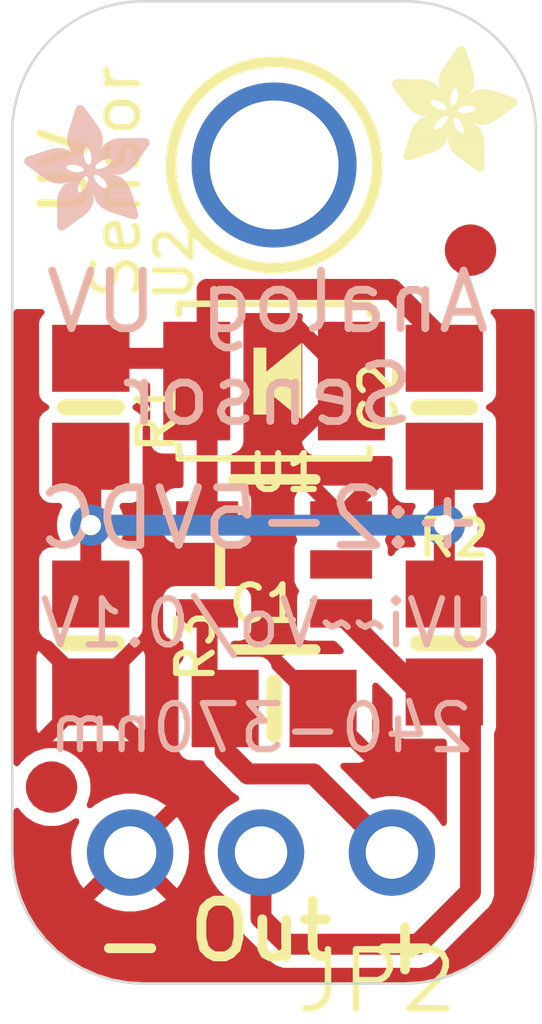
<source format=kicad_pcb>
(kicad_pcb (version 20221018) (generator pcbnew)
  (layers (0 "F.Cu" signal) (31 "B.Cu" signal) (34 "B.Paste" user) (35 "F.Paste" user) (36 "B.SilkS" user "B.Silkscreen") (37 "F.SilkS" user "F.Silkscreen") (38 "B.Mask" user) (39 "F.Mask" user) (44 "Edge.Cuts" user))
  (net 0 "")
  (net 1 "GND")
  (net 2 "5.0V")
  (net 3 "N$2")
  (net 4 "N$1")
  (net 5 "AOUT")
  (footprint "working:SOT23-5" (layer "F.Cu") (at 148.5011 106.4006 90)
    (fp_text reference "U1" (at 1.778 -0.562) (layer "F.SilkS") (effects (font (size 0.692831 0.692831) (thickness 0.119969)) (justify left)))
    (fp_text value "MCP6001")
    (pad "1" smd rect (at -0.95 1.3001 90) (size 0.55 1.2) (layers "F.Cu" "F.Paste" "F.Mask") (net 5 "AOUT"))
    (pad "2" smd rect (at 0 1.3001 90) (size 0.55 1.2) (layers "F.Cu" "F.Paste" "F.Mask") (net 1 "GND"))
    (pad "3" smd rect (at 0.95 1.3001 90) (size 0.55 1.2) (layers "F.Cu" "F.Paste" "F.Mask") (net 1 "GND"))
    (pad "4" smd rect (at 0.95 -1.3001 90) (size 0.55 1.2) (layers "F.Cu" "F.Paste" "F.Mask") (net 3 "N$2"))
    (pad "5" smd rect (at -0.95 -1.3001 90) (size 0.55 1.2) (layers "F.Cu" "F.Paste" "F.Mask") (net 2 "5.0V"))
  )
  (footprint "working:0805-NO" (layer "F.Cu") (at 144.9451 103.3526 -90)
    (fp_text reference "R1" (at -0.5715 -1.27 90) (layer "F.SilkS") (effects (font (size 0.692831 0.692831) (thickness 0.119969)) (justify right)))
    (fp_text value "1M")
    (pad "1" smd rect (at -0.95 0 270) (size 1.3 1.5) (layers "F.Cu" "F.Paste" "F.Mask") (net 3 "N$2"))
    (pad "2" smd rect (at 0.95 0 270) (size 1.3 1.5) (layers "F.Cu" "F.Paste" "F.Mask") (net 4 "N$1"))
  )
  (footprint "working:1X03-CLEANBIG" (layer "F.Cu") (at 148.2471 111.9886 180)
    (fp_text reference "JP2" (at -3.8862 -1.8288 180) (layer "F.SilkS") (effects (font (size 1.143 1.143) (thickness 0.127)) (justify right top)))
    (fp_text value "")
    (pad "1" thru_hole circle (at -2.54 0 270) (size 1.6764 1.6764) (drill 1.016) (layers "*.Cu" "*.Mask") (net 2 "5.0V"))
    (pad "2" thru_hole circle (at 0 0 270) (size 1.6764 1.6764) (drill 1.016) (layers "*.Cu" "*.Mask") (net 5 "AOUT"))
    (pad "3" thru_hole circle (at 2.54 0 270) (size 1.6764 1.6764) (drill 1.016) (layers "*.Cu" "*.Mask") (net 1 "GND"))
  )
  (footprint "working:0805-NO" (layer "F.Cu") (at 151.8031 103.3526 90)
    (fp_text reference "C2" (at -0.5715 -1.27 90) (layer "F.SilkS") (effects (font (size 0.692831 0.692831) (thickness 0.119969)) (justify left)))
    (fp_text value "0.1uF")
    (pad "1" smd rect (at -0.95 0 90) (size 1.3 1.5) (layers "F.Cu" "F.Paste" "F.Mask") (net 4 "N$1"))
    (pad "2" smd rect (at 0.95 0 90) (size 1.3 1.5) (layers "F.Cu" "F.Paste" "F.Mask") (net 3 "N$2"))
  )
  (footprint "working:GUVA-S12SD" (layer "F.Cu") (at 148.5011 102.8446 90)
    (fp_text reference "U2" (at 1.507 -1.935 90) (layer "F.SilkS") (effects (font (size 0.692831 0.692831) (thickness 0.119969)) (justify left)))
    (fp_text value "GUVA-S12SD")
    (pad "A" smd rect (at 0 1.5 180) (size 1.3 2.3) (layers "F.Cu" "F.Paste" "F.Mask") (net 1 "GND"))
    (pad "K" smd rect (at 0 -1.5 180) (size 1.3 2.3) (layers "F.Cu" "F.Paste" "F.Mask") (net 3 "N$2"))
  )
  (footprint "working:ADAFRUIT_2.5MM" (layer "F.Cu") (at 150.7871 98.7806)
    (fp_text reference "U$7" hide)
    (fp_text value "" hide)
  )
  (footprint "working:FIDUCIAL_1MM" (layer "F.Cu") (at 144.1831 110.7186 90)
    (fp_text reference "FID1" hide)
    (fp_text value "FIDUCIAL\"\"" hide)
    (pad "1" smd roundrect (at 0 0 90) (size 1 1) (layers "F.Cu" "F.Mask") (roundrect_rratio 0.5))
  )
  (footprint "working:MOUNTINGHOLE_2.5_PLATED" (layer "F.Cu") (at 148.5011 98.6536)
    (fp_text reference "U$6" hide)
    (fp_text value "MOUNTINGHOLE2.5" hide)
    (pad "P$1" thru_hole circle (at 0 0) (size 3.2 3.2) (drill 2.5) (layers "*.Cu" "*.Mask"))
    (zone (net 0) (net_name "") (layer "F.Cu") (connect_pads (clearance 0)) (min_thickness 0.25)
      (keepout (tracks not_allowed) (vias not_allowed) (pads not_allowed) (copperpour not_allowed) (footprints allowed))
      (fill (thermal_gap 0.5) (thermal_bridge_width 0.5))
      (polygon (pts (xy 150.5171 98.6536) (xy 150.49748 98.373027) (xy 150.439004 98.097915) (xy 150.342808 97.833619) (xy 150.210765 97.585283) (xy 150.045446 97.35774) (xy 149.850067 97.15542) (xy 149.628433 96.98226) (xy 149.384856 96.841631) (xy 149.124078 96.73627) (xy 148.851175 96.668228) (xy 148.571457 96.638828) (xy 148.290371 96.648644) (xy 148.013385 96.697484) (xy 147.745893 96.784397) (xy 147.4931 96.907693) (xy 147.259926 97.06497) (xy 147.050911 97.253169) (xy 146.870122 97.468625) (xy 146.721078 97.707145) (xy 146.60668 97.964087) (xy 146.529154 98.23445) (xy 146.490011 98.512971) (xy 146.490011 98.794229) (xy 146.529154 99.07275) (xy 146.60668 99.343113) (xy 146.721078 99.600055) (xy 146.870122 99.838575) (xy 147.050911 100.054031) (xy 147.259926 100.24223) (xy 147.4931 100.399507) (xy 147.745893 100.522803) (xy 148.013385 100.609716) (xy 148.290371 100.658556) (xy 148.571457 100.668372) (xy 148.851175 100.638972) (xy 149.124078 100.57093) (xy 149.384856 100.465569) (xy 149.628433 100.32494) (xy 149.850067 100.15178) (xy 150.045446 99.94946) (xy 150.210765 99.721917) (xy 150.342808 99.473581) (xy 150.439004 99.209285) (xy 150.49748 98.934173)))
      (polygon (pts (xy 148.4851 98.6536) (xy 148.489786 98.664914) (xy 148.5011 98.6696) (xy 148.512414 98.664914) (xy 148.5171 98.6536) (xy 148.512414 98.642286) (xy 148.5011 98.6376) (xy 148.489786 98.642286)))
    )
  )
  (footprint "working:FIDUCIAL_1MM" (layer "F.Cu") (at 152.3111 100.3046 90)
    (fp_text reference "FID2" hide)
    (fp_text value "FIDUCIAL\"\"" hide)
    (pad "1" smd roundrect (at 0 0 90) (size 1 1) (layers "F.Cu" "F.Mask") (roundrect_rratio 0.5))
  )
  (footprint "working:0805-NO" (layer "F.Cu") (at 151.8031 107.9246 90)
    (fp_text reference "R2" (at 2.032 -0.5715) (layer "F.SilkS") (effects (font (size 0.692831 0.692831) (thickness 0.119969)) (justify left)))
    (fp_text value "3.3K")
    (pad "1" smd rect (at -0.95 0 90) (size 1.3 1.5) (layers "F.Cu" "F.Paste" "F.Mask") (net 5 "AOUT"))
    (pad "2" smd rect (at 0.95 0 90) (size 1.3 1.5) (layers "F.Cu" "F.Paste" "F.Mask") (net 4 "N$1"))
  )
  (footprint "working:0805-NO" (layer "F.Cu") (at 148.5011 109.1946)
    (fp_text reference "C1" (at 0.5715 -2.032) (layer "F.SilkS") (effects (font (size 0.692831 0.692831) (thickness 0.119969)) (justify right)))
    (fp_text value "0.1uF")
    (pad "1" smd rect (at -0.95 0) (size 1.3 1.5) (layers "F.Cu" "F.Paste" "F.Mask") (net 2 "5.0V"))
    (pad "2" smd rect (at 0.95 0) (size 1.3 1.5) (layers "F.Cu" "F.Paste" "F.Mask") (net 1 "GND"))
  )
  (footprint "working:0805-NO" (layer "F.Cu") (at 144.9451 107.9246 90)
    (fp_text reference "R3" (at -0.8255 2.032 90) (layer "F.SilkS") (effects (font (size 0.692831 0.692831) (thickness 0.119969)) (justify left)))
    (fp_text value "1K")
    (pad "1" smd rect (at -0.95 0 90) (size 1.3 1.5) (layers "F.Cu" "F.Paste" "F.Mask") (net 1 "GND"))
    (pad "2" smd rect (at 0.95 0 90) (size 1.3 1.5) (layers "F.Cu" "F.Paste" "F.Mask") (net 4 "N$1"))
  )
  (footprint "working:ADAFRUIT_2.5MM" (layer "B.Cu") (at 146.0881 99.9236 180)
    (fp_text reference "U$8" hide)
    (fp_text value "" hide)
  )
  (gr_line (start 151.0411 95.4786) (end 145.9611 95.4786) (stroke (width 0.05)) (layer "Edge.Cuts"))
  (gr_line (start 145.9611 114.5286) (end 151.0411 114.5286) (stroke (width 0.05)) (layer "Edge.Cuts"))
  (gr_line (start 153.5811 111.9886) (end 153.5811 98.0186) (stroke (width 0.05)) (layer "Edge.Cuts"))
  (gr_arc (start 145.9611 114.5286) (mid 144.165049 113.784651) (end 143.4211 111.9886) (stroke (width 0.05)) (layer "Edge.Cuts"))
  (gr_line (start 143.4211 98.0186) (end 143.4211 111.9886) (stroke (width 0.05)) (layer "Edge.Cuts"))
  (gr_arc (start 153.5811 111.9886) (mid 152.837151 113.784651) (end 151.0411 114.5286) (stroke (width 0.05)) (layer "Edge.Cuts"))
  (gr_arc (start 151.0411 95.4786) (mid 152.837151 96.222549) (end 153.5811 98.0186) (stroke (width 0.05)) (layer "Edge.Cuts"))
  (gr_arc (start 143.4211 98.0186) (mid 144.165049 96.222549) (end 145.9611 95.4786) (stroke (width 0.05)) (layer "Edge.Cuts"))
  (gr_text "+:2-5VDC" (at 148.2471 105.5116) (layer "B.SilkS") (effects (font (size 1.1176 1.1176) (thickness 0.1524)) (justify mirror)))
  (gr_text "240-370nm" (at 148.2471 109.5756) (layer "B.SilkS") (effects (font (size 0.89408 0.89408) (thickness 0.12192)) (justify mirror)))
  (gr_text "Analog UV\nSensor" (at 148.3741 102.2096) (layer "B.SilkS") (effects (font (size 1.1176 1.1176) (thickness 0.1524)) (justify mirror)))
  (gr_text "UVi~~Vo/0.1V" (at 148.3741 107.5436) (layer "B.SilkS") (effects (font (size 0.89408 0.89408) (thickness 0.12192)) (justify mirror)))
  (gr_text "+" (at 151.0411 113.7666) (layer "F.SilkS") (effects (font (size 1.0795 1.0795) (thickness 0.1905))))
  (gr_text "Sensor" (at 145.9611 101.3206 90) (layer "F.SilkS") (effects (font (size 0.89408 0.89408) (thickness 0.12192)) (justify left bottom)))
  (gr_text "Out" (at 148.2471 113.5126) (layer "F.SilkS") (effects (font (size 1.0795 1.0795) (thickness 0.1905))))
  (gr_text "UV" (at 144.4371 98.7806 90) (layer "F.SilkS") (effects (font (size 0.8636 0.8636) (thickness 0.1524))))
  (gr_text "-" (at 145.7071 113.7666) (layer "F.SilkS") (effects (font (size 1.0795 1.0795) (thickness 0.1905))))
  (segment (start 147.201 107.3506) (end 147.201 108.8445) (width 0.4064) (layer "F.Cu") (net 2))
  (segment (start 147.201 108.8445) (end 147.5511 109.1946) (width 0.4064) (layer "F.Cu") (net 2))
  (segment (start 147.9931 110.4646) (end 147.5511 110.0226) (width 0.4064) (layer "F.Cu") (net 2))
  (segment (start 147.9931 110.4646) (end 149.2631 110.4646) (width 0.4064) (layer "F.Cu") (net 2))
  (segment (start 149.2631 110.4646) (end 150.7871 111.9886) (width 0.4064) (layer "F.Cu") (net 2))
  (segment (start 147.5511 110.0226) (end 147.5511 109.1946) (width 0.4064) (layer "F.Cu") (net 2))
  (segment (start 144.9451 102.4026) (end 147.0011 102.4026) (width 0.4064) (layer "F.Cu") (net 3))
  (segment (start 147.201 102.8446) (end 147.201 101.0666) (width 0.4064) (layer "F.Cu") (net 3))
  (segment (start 150.7871 101.0666) (end 151.8031 102.0826) (width 0.4064) (layer "F.Cu") (net 3))
  (segment (start 147.201 102.8446) (end 147.201 105.4506) (width 0.4064) (layer "F.Cu") (net 3))
  (segment (start 151.8031 102.0826) (end 151.8031 102.4026) (width 0.4064) (layer "F.Cu") (net 3))
  (segment (start 147.201 101.0666) (end 150.7871 101.0666) (width 0.4064) (layer "F.Cu") (net 3))
  (segment (start 147.0011 102.8446) (end 147.201 102.8446) (width 0.4064) (layer "F.Cu") (net 3))
  (segment (start 147.0011 102.4026) (end 147.0011 102.8446) (width 0.4064) (layer "F.Cu") (net 3))
  (segment (start 151.8031 105.6386) (end 151.8031 106.9746) (width 0.4064) (layer "F.Cu") (net 4))
  (segment (start 151.8031 104.3026) (end 151.8031 105.6386) (width 0.4064) (layer "F.Cu") (net 4))
  (segment (start 144.9451 105.6386) (end 144.9451 106.9746) (width 0.4064) (layer "F.Cu") (net 4))
  (segment (start 144.9451 104.3026) (end 144.9451 105.6386) (width 0.4064) (layer "F.Cu") (net 4))
  (via (at 151.8031 105.6386) (size 0.8001) (drill 0.3937) (layers "F.Cu" "B.Cu") (net 4))
  (via (at 144.9451 105.6386) (size 0.8001) (drill 0.3937) (layers "F.Cu" "B.Cu") (net 4))
  (segment (start 144.9451 105.6386) (end 151.8031 105.6386) (width 0.4064) (layer "B.Cu") (net 4))
  (segment (start 152.3111 109.3826) (end 152.3111 112.7506) (width 0.4064) (layer "F.Cu") (net 5))
  (segment (start 152.3111 112.7506) (end 151.2951 113.7666) (width 0.4064) (layer "F.Cu") (net 5))
  (segment (start 152.3111 109.3826) (end 151.8031 108.8746) (width 0.4064) (layer "F.Cu") (net 5))
  (segment (start 151.3252 108.8746) (end 151.8031 108.8746) (width 0.4064) (layer "F.Cu") (net 5))
  (segment (start 151.2951 113.7666) (end 148.7551 113.7666) (width 0.4064) (layer "F.Cu") (net 5))
  (segment (start 148.2471 113.2586) (end 148.2471 111.9886) (width 0.4064) (layer "F.Cu") (net 5))
  (segment (start 148.7551 113.7666) (end 148.2471 113.2586) (width 0.4064) (layer "F.Cu") (net 5))
  (segment (start 149.8012 107.3506) (end 151.3252 108.8746) (width 0.4064) (layer "F.Cu") (net 5))
  (zone (net 1) (net_name "GND") (layer "F.Cu") (priority 6) (connect_pads (clearance 0.254)) (min_thickness 0.127) (fill yes (thermal_gap 0.304) (thermal_bridge_width 0.304))
    (polygon (pts (xy 153.7081 114.6556) (xy 143.2941 114.6556) (xy 143.2941 101.4476) (xy 153.7081 101.4476)))
  )
)
</source>
